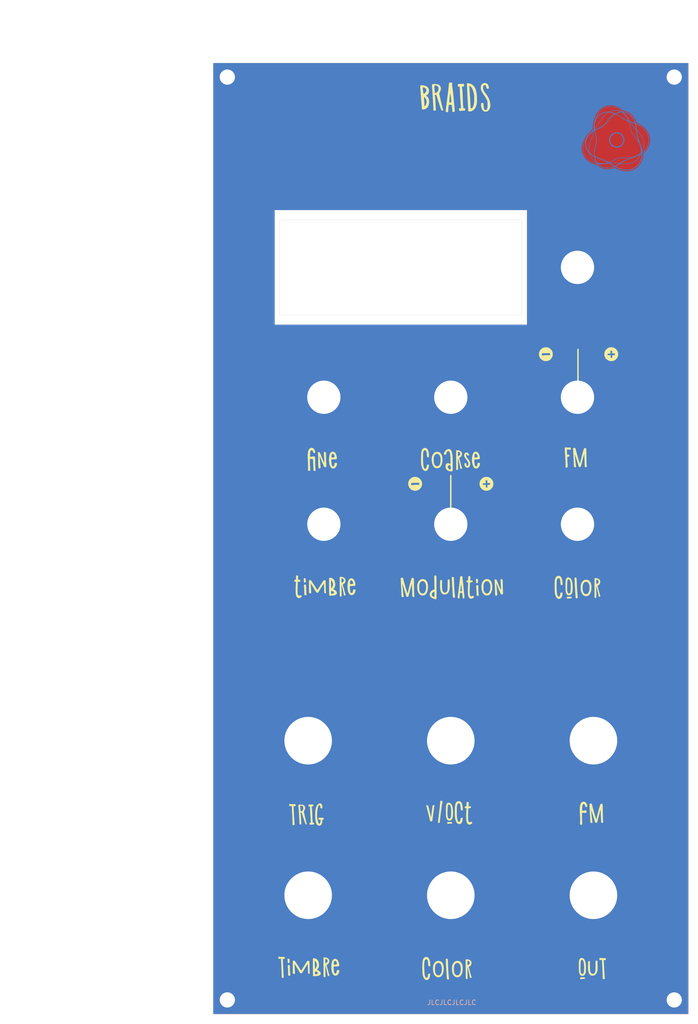
<source format=kicad_pcb>
(kicad_pcb (version 20171130) (host pcbnew 5.1.5+dfsg1-2build2)
  (layers (0 Top signal) (31 Bottom signal) (34 B.Paste user) (35 F.Paste user) (36 B.SilkS user) (37 F.SilkS user) (38 B.Mask user) (39 F.Mask user) (44 Edge.Cuts user))
  (net 0 "")
  (net 1 GND)
  (module braids_panel:braids_plus_symbol (layer Top) (at 157.5 138.5)
    (fp_text reference G*** hide)
    (fp_text value LOGO hide)
  )
  (module braids_panel:braids_minus_symbol (layer Top) (at 142.5 138.5)
    (fp_text reference G*** hide)
    (fp_text value LOGO hide)
  )
  (module braids_panel:braids_plus_symbol (layer Top) (at 183.75 111.25)
    (fp_text reference G*** hide)
    (fp_text value LOGO hide)
  )
  (module braids_panel:braids_minus_symbol (layer Top) (at 170 111.25)
    (fp_text reference G*** hide)
    (fp_text value LOGO hide)
  )
  (module braids_panel:resoance_logo (layer Bottom) (at 184.725 65.875)
    (fp_text reference G*** hide)
    (fp_text value LOGO hide)
    (fp_poly (pts (xy 0.32201 1.928855) (xy 0.506185 1.908247) (xy 0.573086 1.893974) (xy 0.830591 1.803291) (xy 1.067832 1.669478) (xy 1.279697 1.497945) (xy 1.461073 1.294103) (xy 1.606848 1.063362) (xy 1.71191 0.811133) (xy 1.75499 0.643136) (xy 1.773585 0.481569) (xy 1.774658 0.294154) (xy 1.759475 0.102123) (xy 1.729302 -0.073291) (xy 1.707571 -0.152553) (xy 1.597819 -0.41062) (xy 1.445923 -0.643754) (xy 1.256276 -0.847523) (xy 1.033267 -1.017496) (xy 0.781287 -1.149241) (xy 0.682369 -1.187141) (xy 0.501539 -1.23333) (xy 0.294687 -1.259292) (xy 0.082937 -1.263863) (xy -0.112589 -1.245877) (xy -0.172261 -1.234271) (xy -0.411393 -1.156462) (xy -0.644117 -1.036968) (xy -0.857824 -0.883957) (xy -1.039908 -0.705596) (xy -1.095925 -0.635902) (xy -1.221316 -0.44698) (xy -1.311769 -0.256798) (xy -1.374637 -0.057059) (xy -1.419717 0.216514) (xy -1.41913 0.276602) (xy -1.219756 0.276602) (xy -1.187146 0.031224) (xy -1.109266 -0.205761) (xy -0.986366 -0.429089) (xy -0.818694 -0.633497) (xy -0.803445 -0.648783) (xy -0.646044 -0.789661) (xy -0.492044 -0.893355) (xy -0.324958 -0.969481) (xy -0.173132 -1.016382) (xy 0.065168 -1.059153) (xy 0.296597 -1.05789) (xy 0.519049 -1.017573) (xy 0.708386 -0.958275) (xy 0.869715 -0.880794) (xy 1.019907 -0.775412) (xy 1.159401 -0.648783) (xy 1.331208 -0.445511) (xy 1.458118 -0.222872) (xy 1.539778 0.013971) (xy 1.575836 0.259858) (xy 1.56594 0.509629) (xy 1.509738 0.758123) (xy 1.406876 1.00018) (xy 1.285138 1.193422) (xy 1.137534 1.356481) (xy 0.953387 1.499554) (xy 0.745621 1.614436) (xy 0.527159 1.692925) (xy 0.480514 1.704152) (xy 0.334494 1.723205) (xy 0.162142 1.72592) (xy -0.016643 1.713523) (xy -0.181961 1.687237) (xy -0.292392 1.656584) (xy -0.451271 1.584188) (xy -0.614137 1.484058) (xy -0.763649 1.368324) (xy -0.882465 1.249115) (xy -0.892527 1.236799) (xy -1.043482 1.010473) (xy -1.148172 0.77149) (xy -1.206847 0.525112) (xy -1.219756 0.276602) (xy -1.41913 0.276602) (xy -1.417073 0.486981) (xy -1.369666 0.749223) (xy -1.280455 0.998119) (xy -1.152401 1.228549) (xy -0.988464 1.435395) (xy -0.791604 1.613535) (xy -0.564781 1.757851) (xy -0.310955 1.863222) (xy -0.254765 1.879849) (xy -0.079104 1.914304) (xy 0.120034 1.930757) (xy 0.32201 1.928855)) (layer Bottom) (width 0.01))
    (fp_poly (pts (xy 2.655513 6.714776) (xy 3.056382 6.646158) (xy 3.442195 6.530209) (xy 3.675541 6.433338) (xy 4.027172 6.243944) (xy 4.345685 6.016835) (xy 4.629941 5.753831) (xy 4.8788 5.456754) (xy 5.091123 5.127424) (xy 5.265772 4.767664) (xy 5.401605 4.379295) (xy 5.497485 3.964138) (xy 5.552272 3.524013) (xy 5.558758 3.422885) (xy 5.575248 3.114432) (xy 5.687839 3.025534) (xy 5.748239 2.973412) (xy 5.832962 2.8944) (xy 5.931445 2.798607) (xy 6.033128 2.696143) (xy 6.048434 2.680378) (xy 6.333812 2.351777) (xy 6.571985 2.0044) (xy 6.763147 1.637895) (xy 6.907489 1.251908) (xy 6.981585 0.966166) (xy 7.00804 0.796571) (xy 7.024118 0.593621) (xy 7.029798 0.373748) (xy 7.02506 0.153381) (xy 7.009884 -0.051048) (xy 6.984249 -0.22311) (xy 6.98306 -0.228829) (xy 6.872427 -0.632963) (xy 6.715115 -1.017548) (xy 6.511729 -1.381743) (xy 6.262872 -1.724709) (xy 5.96915 -2.045606) (xy 5.631166 -2.343594) (xy 5.275776 -2.600662) (xy 5.15401 -2.67622) (xy 5.003802 -2.762409) (xy 4.83777 -2.852641) (xy 4.668535 -2.940327) (xy 4.508716 -3.018878) (xy 4.370932 -3.081704) (xy 4.296364 -3.112045) (xy 4.181417 -3.155213) (xy 4.081117 -3.452732) (xy 3.925119 -3.848633) (xy 3.736709 -4.209307) (xy 3.517549 -4.533262) (xy 3.269304 -4.81901) (xy 2.993637 -5.06506) (xy 2.692211 -5.269922) (xy 2.36669 -5.432107) (xy 2.018736 -5.550125) (xy 1.66023 -5.621143) (xy 1.437412 -5.650795) (xy 1.246284 -5.815189) (xy 0.900395 -6.082826) (xy 0.532775 -6.310842) (xy 0.149494 -6.496165) (xy -0.243381 -6.635721) (xy -0.502408 -6.700725) (xy -0.667453 -6.726514) (xy -0.86531 -6.743778) (xy -1.078687 -6.75213) (xy -1.290293 -6.751186) (xy -1.482837 -6.740559) (xy -1.608183 -6.725379) (xy -1.989543 -6.637684) (xy -2.354293 -6.503254) (xy -2.700123 -6.324152) (xy -3.02472 -6.102443) (xy -3.325775 -5.84019) (xy -3.600975 -5.539458) (xy -3.84801 -5.202309) (xy -4.06457 -4.830808) (xy -4.248342 -4.427019) (xy -4.283256 -4.33643) (xy -4.370109 -4.085461) (xy -4.411582 -3.942528) (xy -4.321898 -3.942528) (xy -4.312958 -3.986624) (xy -4.28737 -4.067249) (xy -4.248988 -4.174395) (xy -4.201665 -4.298058) (xy -4.149255 -4.42823) (xy -4.095609 -4.554906) (xy -4.044582 -4.668077) (xy -4.033635 -4.691116) (xy -3.827743 -5.068779) (xy -3.591274 -5.411217) (xy -3.326723 -5.716577) (xy -3.036581 -5.983004) (xy -2.723342 -6.208647) (xy -2.389499 -6.39165) (xy -2.037544 -6.530161) (xy -1.669972 -6.622325) (xy -1.385686 -6.659906) (xy -1.042817 -6.668412) (xy -0.692336 -6.640151) (xy -0.563446 -6.620185) (xy -0.249317 -6.544522) (xy 0.076087 -6.429077) (xy 0.401311 -6.279552) (xy 0.714897 -6.101652) (xy 1.005389 -5.90108) (xy 1.194995 -5.744773) (xy 1.309409 -5.642522) (xy 1.169569 -5.652752) (xy 1.062363 -5.671184) (xy 0.93007 -5.709973) (xy 0.812686 -5.754623) (xy 0.686584 -5.803337) (xy 0.549233 -5.84934) (xy 0.42663 -5.884046) (xy 0.405879 -5.888941) (xy 0.266449 -5.911507) (xy 0.092821 -5.926467) (xy -0.098897 -5.933631) (xy -0.292594 -5.932804) (xy -0.472161 -5.923796) (xy -0.621489 -5.906414) (xy -0.648348 -5.901514) (xy -0.799425 -5.865074) (xy -0.971505 -5.81339) (xy -1.144948 -5.753112) (xy -1.300118 -5.690889) (xy -1.378484 -5.654275) (xy -1.444578 -5.62475) (xy -1.510784 -5.60649) (xy -1.592446 -5.596968) (xy -1.704907 -5.593654) (xy -1.747153 -5.593492) (xy -2.046183 -5.574923) (xy -1.36026 -5.574923) (xy -1.221353 -5.636991) (xy -0.898819 -5.754239) (xy -0.557311 -5.828408) (xy -0.206436 -5.858479) (xy 0.144199 -5.843431) (xy 0.378008 -5.80682) (xy 0.511521 -5.775704) (xy 0.633315 -5.740682) (xy 0.737916 -5.704351) (xy 0.819852 -5.669304) (xy 0.873652 -5.638136) (xy 0.893842 -5.613443) (xy 0.874952 -5.597819) (xy 0.82767 -5.593594) (xy 0.75491 -5.584105) (xy 0.64656 -5.55799) (xy 0.513716 -5.518776) (xy 0.367474 -5.469991) (xy 0.218931 -5.415161) (xy 0.079183 -5.357815) (xy 0.061594 -5.350072) (xy -0.19463 -5.23622) (xy -0.427008 -5.325965) (xy -0.596079 -5.385323) (xy -0.793677 -5.445401) (xy -0.997932 -5.500123) (xy -1.186977 -5.543411) (xy -1.258559 -5.557068) (xy -1.36026 -5.574923) (xy -2.046183 -5.574923) (xy -2.131421 -5.56963) (xy -2.498169 -5.499441) (xy -2.844663 -5.384536) (xy -3.168168 -5.226528) (xy -3.46595 -5.027027) (xy -3.735275 -4.787645) (xy -3.973409 -4.509995) (xy -4.177617 -4.195686) (xy -4.20576 -4.144345) (xy -4.25494 -4.053929) (xy -4.293825 -3.985172) (xy -4.317309 -3.946949) (xy -4.321898 -3.942528) (xy -4.411582 -3.942528) (xy -4.445291 -3.826359) (xy -4.510389 -3.551269) (xy -4.566991 -3.252336) (xy -4.616684 -2.921707) (xy -4.661055 -2.551527) (xy -4.670049 -2.464181) (xy -4.470204 -2.464181) (xy -4.466638 -2.596733) (xy -4.466232 -2.606106) (xy -4.4321 -3.004866) (xy -4.365362 -3.369248) (xy -4.263759 -3.705681) (xy -4.125033 -4.02059) (xy -3.946924 -4.320402) (xy -3.787122 -4.537981) (xy -3.572581 -4.768928) (xy -3.320405 -4.973169) (xy -3.03833 -5.146965) (xy -2.734088 -5.286579) (xy -2.415414 -5.388274) (xy -2.090042 -5.448311) (xy -1.872328 -5.463366) (xy -1.723335 -5.466467) (xy -1.885041 -5.347729) (xy -2.056604 -5.215956) (xy -2.216862 -5.079598) (xy -2.369927 -4.933691) (xy -2.519914 -4.773273) (xy -2.670937 -4.593381) (xy -2.827111 -4.389051) (xy -2.99255 -4.15532) (xy -3.171368 -3.887227) (xy -3.36768 -3.579807) (xy -3.420116 -3.495996) (xy -3.558962 -3.27449) (xy -3.676889 -3.089528) (xy -3.778938 -2.933928) (xy -3.870147 -2.800507) (xy -3.955559 -2.682085) (xy -4.040212 -2.571479) (xy -4.129148 -2.461507) (xy -4.227406 -2.344988) (xy -4.230181 -2.341748) (xy -4.434856 -2.102816) (xy -4.457889 -2.189196) (xy -4.46557 -2.247425) (xy -4.469761 -2.343416) (xy -4.470204 -2.464181) (xy -4.670049 -2.464181) (xy -4.678772 -2.379468) (xy -4.711537 -2.047292) (xy -4.627669 -2.047292) (xy -4.620543 -2.109728) (xy -4.608358 -2.152726) (xy -4.595346 -2.167545) (xy -4.586014 -2.135919) (xy -4.581302 -2.087787) (xy -4.582149 -2.013452) (xy -4.593791 -1.959692) (xy -4.600371 -1.949219) (xy -4.616986 -1.951809) (xy -4.626285 -1.989577) (xy -4.627669 -2.047292) (xy -4.711537 -2.047292) (xy -4.721913 -1.942099) (xy -4.435486 -1.942099) (xy -4.427521 -1.968947) (xy -4.407346 -2.003879) (xy -4.370892 -2.052817) (xy -4.314092 -2.121681) (xy -4.23288 -2.216392) (xy -4.123187 -2.342872) (xy -4.10436 -2.364565) (xy -4.006271 -2.483712) (xy -3.89649 -2.629054) (xy -3.772582 -2.804137) (xy -3.632114 -3.01251) (xy -3.472651 -3.25772) (xy -3.291758 -3.543314) (xy -3.252801 -3.60558) (xy -3.151272 -3.765664) (xy -3.043354 -3.931545) (xy -2.937213 -4.090963) (xy -2.841012 -4.231657) (xy -2.762917 -4.341368) (xy -2.761776 -4.342917) (xy -2.62216 -4.519591) (xy -2.459672 -4.704143) (xy -2.284417 -4.886493) (xy -2.106499 -5.056564) (xy -1.936023 -5.204274) (xy -1.783093 -5.319547) (xy -1.781753 -5.320457) (xy -1.700195 -5.376035) (xy -1.637569 -5.415444) (xy -1.583347 -5.439999) (xy -1.527002 -5.451017) (xy -1.458009 -5.449813) (xy -1.365841 -5.437701) (xy -1.239971 -5.415999) (xy -1.148059 -5.399656) (xy -1.047348 -5.378428) (xy -0.922372 -5.347006) (xy -0.785445 -5.309066) (xy -0.648881 -5.268284) (xy -0.524994 -5.228335) (xy -0.426098 -5.192895) (xy -0.365012 -5.165924) (xy -0.347757 -5.147415) (xy -0.350099 -5.144007) (xy -0.007353 -5.144007) (xy 0.110723 -5.204015) (xy 0.274209 -5.275444) (xy 0.472138 -5.343645) (xy 0.688116 -5.404154) (xy 0.905752 -5.452509) (xy 1.108651 -5.484248) (xy 1.159226 -5.48943) (xy 1.191404 -5.476753) (xy 1.19586 -5.474169) (xy 1.377508 -5.474169) (xy 1.378421 -5.488754) (xy 1.403427 -5.491892) (xy 1.463833 -5.469889) (xy 1.499043 -5.441601) (xy 1.655149 -5.441601) (xy 1.66065 -5.461449) (xy 1.699727 -5.464071) (xy 1.776885 -5.450595) (xy 1.896629 -5.422154) (xy 1.963895 -5.405209) (xy 2.295131 -5.295348) (xy 2.607408 -5.139861) (xy 2.898208 -4.941243) (xy 3.165013 -4.701988) (xy 3.405305 -4.424588) (xy 3.616566 -4.111538) (xy 3.796281 -3.765332) (xy 3.912577 -3.474901) (xy 3.946923 -3.376989) (xy 3.973759 -3.29939) (xy 3.989356 -3.252947) (xy 3.991792 -3.244622) (xy 3.968833 -3.250633) (xy 3.904507 -3.270664) (xy 3.805637 -3.302507) (xy 3.679046 -3.343954) (xy 3.531559 -3.392797) (xy 3.453252 -3.41892) (xy 2.914711 -3.598999) (xy 2.838398 -3.725475) (xy 2.625725 -4.073062) (xy 2.431919 -4.379211) (xy 2.25393 -4.648368) (xy 2.088708 -4.88498) (xy 1.933202 -5.093494) (xy 1.78436 -5.278355) (xy 1.726856 -5.345696) (xy 1.678719 -5.403393) (xy 1.655149 -5.441601) (xy 1.499043 -5.441601) (xy 1.543459 -5.405917) (xy 1.577948 -5.371121) (xy 1.649605 -5.29366) (xy 1.716891 -5.218292) (xy 1.754622 -5.174074) (xy 1.785415 -5.135238) (xy 1.786756 -5.128091) (xy 1.755768 -5.153785) (xy 1.715868 -5.189602) (xy 1.638538 -5.256761) (xy 1.544692 -5.334317) (xy 1.478748 -5.386649) (xy 1.409524 -5.442126) (xy 1.377508 -5.474169) (xy 1.19586 -5.474169) (xy 1.253408 -5.440801) (xy 1.333996 -5.388289) (xy 1.368265 -5.364609) (xy 1.617829 -5.163591) (xy 1.857173 -4.920883) (xy 2.079019 -4.645562) (xy 2.276091 -4.346702) (xy 2.429539 -4.055356) (xy 2.517117 -4.055356) (xy 2.52983 -4.068068) (xy 2.542542 -4.055356) (xy 2.52983 -4.042643) (xy 2.517117 -4.055356) (xy 2.429539 -4.055356) (xy 2.441113 -4.033381) (xy 2.44846 -4.017346) (xy 2.550834 -4.017346) (xy 2.565592 -4.005234) (xy 2.602721 -3.948109) (xy 2.633322 -3.896447) (xy 2.680486 -3.81643) (xy 2.723115 -3.745987) (xy 2.740364 -3.718469) (xy 2.763383 -3.676986) (xy 2.754832 -3.662597) (xy 2.735254 -3.661261) (xy 2.698167 -3.684619) (xy 2.656423 -3.748987) (xy 2.640897 -3.782032) (xy 2.588476 -3.905904) (xy 2.558459 -3.984289) (xy 2.550834 -4.017346) (xy 2.44846 -4.017346) (xy 2.44852 -4.017217) (xy 2.506889 -3.889227) (xy 2.542344 -3.803668) (xy 2.551154 -3.755877) (xy 2.529583 -3.74119) (xy 2.473898 -3.754943) (xy 2.380366 -3.792473) (xy 2.296801 -3.827704) (xy 2.190173 -3.873105) (xy 2.092996 -3.916578) (xy 1.999061 -3.961589) (xy 1.902158 -4.011603) (xy 1.796078 -4.070085) (xy 1.674613 -4.140501) (xy 1.531552 -4.226317) (xy 1.360688 -4.330997) (xy 1.15581 -4.458008) (xy 1.055196 -4.520671) (xy 0.881287 -4.628397) (xy 0.710044 -4.733218) (xy 0.549413 -4.830361) (xy 0.407343 -4.915055) (xy 0.291781 -4.982529) (xy 0.210675 -5.02801) (xy 0.206125 -5.030443) (xy -0.007353 -5.144007) (xy -0.350099 -5.144007) (xy -0.364667 -5.122809) (xy -0.421409 -5.084011) (xy -0.423098 -5.082968) (xy -0.53281 -5.008061) (xy -0.666384 -4.905731) (xy -0.812665 -4.785425) (xy -0.9605 -4.656593) (xy -1.098733 -4.528684) (xy -1.21621 -4.411146) (xy -1.216301 -4.41105) (xy -1.292224 -4.327026) (xy -1.391493 -4.21145) (xy -1.5067 -4.07327) (xy -1.630436 -3.92143) (xy -1.755293 -3.764878) (xy -1.823114 -3.678264) (xy -2.016523 -3.43266) (xy -2.187651 -3.223967) (xy -2.342652 -3.046938) (xy -2.487681 -2.896328) (xy -2.628893 -2.76689) (xy -2.772443 -2.653378) (xy -2.924485 -2.550546) (xy -3.091174 -2.453147) (xy -3.278665 -2.355936) (xy -3.493112 -2.253667) (xy -3.495996 -2.252331) (xy -3.654681 -2.178345) (xy -3.817889 -2.101362) (xy -3.971888 -2.027919) (xy -4.102948 -1.964553) (xy -4.173407 -1.929834) (xy -4.418585 -1.807471) (xy -4.431049 -1.888971) (xy -4.435306 -1.917414) (xy -4.435486 -1.942099) (xy -4.721913 -1.942099) (xy -4.73373 -1.822299) (xy -4.839907 -1.716834) (xy -4.648725 -1.716834) (xy -4.639364 -1.765258) (xy -4.610587 -1.810073) (xy -4.563864 -1.862008) (xy -4.555093 -1.803249) (xy -4.568008 -1.738066) (xy -4.593231 -1.71001) (xy -4.630057 -1.689001) (xy -4.645768 -1.70476) (xy -4.648725 -1.716834) (xy -4.839907 -1.716834) (xy -5.065552 -1.492704) (xy -4.945245 -1.492704) (xy -4.857994 -1.58501) (xy -4.797438 -1.643039) (xy -4.761771 -1.663879) (xy -4.753683 -1.646502) (xy -4.761291 -1.621968) (xy -4.790603 -1.588781) (xy -4.846373 -1.548764) (xy -4.859778 -1.540896) (xy -4.945245 -1.492704) (xy -5.065552 -1.492704) (xy -5.24788 -1.3116) (xy -5.393353 -1.165215) (xy -5.537628 -1.016586) (xy -5.673506 -0.873387) (xy -5.793785 -0.74329) (xy -5.891266 -0.633969) (xy -5.953813 -0.55936) (xy -6.241411 -0.169528) (xy -6.481363 0.216761) (xy -6.676155 0.604494) (xy -6.828271 0.998657) (xy -6.940195 1.404237) (xy -6.946501 1.432779) (xy -6.968244 1.541679) (xy -6.98363 1.644594) (xy -6.993609 1.754) (xy -6.999134 1.882374) (xy -7.000369 1.979954) (xy -6.927204 1.979954) (xy -6.885262 1.579617) (xy -6.824096 1.283984) (xy -6.769635 1.09237) (xy -6.699341 0.883553) (xy -6.620905 0.67868) (xy -6.54202 0.498899) (xy -6.528137 0.47037) (xy -6.493018 0.403633) (xy -6.44422 0.316152) (xy -6.387524 0.217656) (xy -6.328711 0.117878) (xy -6.273561 0.026547) (xy -6.227856 -0.046604) (xy -6.197378 -0.091845) (xy -6.188276 -0.101702) (xy -6.190697 -0.081145) (xy -6.20945 -0.029619) (xy -6.219274 -0.006357) (xy -6.345418 0.339813) (xy -6.423238 0.691695) (xy -6.454045 1.056395) (xy -6.451858 1.25495) (xy -6.448254 1.290648) (xy -6.297184 1.290648) (xy -6.296516 0.940351) (xy -6.248298 0.592518) (xy -6.17792 0.329128) (xy -6.037395 -0.019589) (xy -5.84943 -0.352531) (xy -5.615737 -0.666951) (xy -5.429889 -0.870485) (xy -5.342348 -0.955213) (xy -5.242334 -1.045934) (xy -5.137106 -1.136785) (xy -5.033924 -1.221905) (xy -4.940048 -1.295431) (xy -4.862738 -1.351501) (xy -4.809254 -1.384252) (xy -4.787639 -1.389108) (xy -4.786802 -1.360634) (xy -4.794321 -1.294176) (xy -4.8087 -1.201636) (xy -4.817355 -1.152774) (xy -4.848813 -0.993421) (xy -4.885052 -0.834846) (xy -4.928431 -0.668914) (xy -4.981311 -0.487487) (xy -5.046053 -0.282432) (xy -5.125019 -0.045611) (xy -5.210894 0.203403) (xy -5.318724 0.515626) (xy -5.409665 0.786994) (xy -5.485252 1.024051) (xy -5.547021 1.233339) (xy -5.596507 1.4214) (xy -5.635245 1.594776) (xy -5.664771 1.760009) (xy -5.686618 1.923642) (xy -5.702323 2.092217) (xy -5.713421 2.272275) (xy -5.717461 2.362206) (xy -5.717695 2.367965) (xy -5.631932 2.367965) (xy -5.609157 2.050031) (xy -5.561476 1.712996) (xy -5.490425 1.368542) (xy -5.427549 1.129061) (xy -5.401131 1.042448) (xy -5.360821 0.917269) (xy -5.309739 0.76288) (xy -5.251007 0.588634) (xy -5.187744 0.403886) (xy -5.134733 0.251277) (xy -5.017117 -0.092928) (xy -4.91999 -0.39486) (xy -4.842258 -0.658291) (xy -4.782827 -0.886991) (xy -4.740605 -1.084733) (xy -4.730211 -1.144144) (xy -4.713587 -1.245352) (xy -4.698191 -1.339079) (xy -4.689292 -1.393255) (xy -4.655702 -1.474148) (xy -4.594266 -1.526736) (xy -4.540785 -1.557149) (xy -4.515946 -1.560436) (xy -4.505894 -1.537396) (xy -4.504835 -1.53188) (xy -4.496956 -1.495765) (xy -4.479046 -1.417322) (xy -4.452766 -1.30371) (xy -4.419778 -1.162091) (xy -4.381745 -0.999624) (xy -4.346989 -0.851752) (xy -4.291514 -0.614403) (xy -4.247106 -0.419114) (xy -4.212555 -0.258599) (xy -4.186653 -0.12557) (xy -4.168191 -0.012741) (xy -4.155961 0.087176) (xy -4.148754 0.181467) (xy -4.145361 0.277419) (xy -4.144571 0.368668) (xy -4.146293 0.480508) (xy -4.152469 0.588898) (xy -4.164401 0.701532) (xy -4.18339 0.826104) (xy -4.210738 0.970307) (xy -4.247746 1.141836) (xy -4.295715 1.348384) (xy -4.344548 1.550951) (xy -4.424849 1.89299) (xy -4.488688 2.194648) (xy -4.537058 2.463303) (xy -4.570953 2.706336) (xy -4.591365 2.931125) (xy -4.599289 3.145051) (xy -4.598933 3.166034) (xy -4.47068 3.166034) (xy -4.458488 2.905399) (xy -4.427783 2.62007) (xy -4.377856 2.305016) (xy -4.308001 1.955204) (xy -4.21751 1.565602) (xy -4.191723 1.461962) (xy -4.134731 1.229783) (xy -4.091053 1.036447) (xy -4.059131 0.872171) (xy -4.037405 0.727171) (xy -4.024315 0.591664) (xy -4.018303 0.455866) (xy -4.017444 0.368668) (xy -4.018339 0.261086) (xy -4.021689 0.163532) (xy -4.028684 0.068719) (xy -4.040515 -0.030639) (xy -4.058372 -0.141829) (xy -4.083447 -0.272139) (xy -4.11693 -0.428855) (xy -4.160012 -0.619263) (xy -4.213883 -0.850652) (xy -4.223096 -0.88989) (xy -4.264605 -1.066772) (xy -4.302679 -1.229448) (xy -4.335639 -1.370703) (xy -4.361803 -1.483322) (xy -4.379491 -1.56009) (xy -4.386747 -1.592438) (xy -4.386269 -1.614443) (xy -4.372815 -1.638165) (xy -4.342099 -1.666008) (xy -4.289833 -1.700375) (xy -4.211729 -1.743669) (xy -4.1035 -1.798293) (xy -3.960859 -1.866651) (xy -3.779518 -1.951147) (xy -3.597698 -2.034725) (xy -3.338577 -2.155519) (xy -3.116078 -2.265396) (xy -2.923333 -2.369922) (xy -2.753472 -2.474661) (xy -2.599628 -2.585179) (xy -2.454931 -2.707041) (xy -2.312514 -2.845812) (xy -2.165508 -3.007057) (xy -2.007044 -3.196342) (xy -1.830254 -3.419232) (xy -1.731388 -3.546902) (xy -1.490077 -3.849026) (xy -1.25068 -4.127099) (xy -1.017435 -4.376767) (xy -0.794583 -4.593677) (xy -0.586364 -4.773475) (xy -0.411497 -4.902285) (xy -0.313865 -4.965577) (xy -0.230463 -5.016709) (xy -0.171035 -5.049891) (xy -0.146645 -5.05966) (xy -0.113886 -5.048273) (xy -0.047037 -5.017462) (xy 0.043404 -4.972258) (xy 0.123811 -4.930113) (xy 0.208647 -4.882745) (xy 0.328406 -4.812998) (xy 0.475054 -4.725698) (xy 0.640555 -4.625676) (xy 0.816874 -4.517759) (xy 0.995975 -4.406776) (xy 1.028529 -4.386445) (xy 1.276269 -4.232723) (xy 1.48882 -4.103782) (xy 1.673093 -3.995885) (xy 1.836 -3.905296) (xy 1.984455 -3.82828) (xy 2.125368 -3.761099) (xy 2.265653 -3.700018) (xy 2.394064 -3.64835) (xy 2.639679 -3.552632) (xy 2.656039 -3.49638) (xy 2.745946 -3.49638) (xy 2.766437 -3.508143) (xy 2.818325 -3.498374) (xy 2.834566 -3.49262) (xy 2.864632 -3.465766) (xy 2.914377 -3.405113) (xy 2.918508 -3.39946) (xy 3.054876 -3.39946) (xy 3.066224 -3.407007) (xy 3.095684 -3.399252) (xy 3.165547 -3.377649) (xy 3.268061 -3.344692) (xy 3.395476 -3.302878) (xy 3.540042 -3.2547) (xy 3.554396 -3.24988) (xy 3.718234 -3.194215) (xy 3.840151 -3.150924) (xy 3.926707 -3.117041) (xy 3.984463 -3.089603) (xy 4.01998 -3.065645) (xy 4.039818 -3.042203) (xy 4.046828 -3.027407) (xy 4.057666 -2.986879) (xy 4.22686 -2.986879) (xy 4.238699 -3.0002) (xy 4.268539 -2.989388) (xy 4.335377 -2.959561) (xy 4.430827 -2.914633) (xy 4.546499 -2.858518) (xy 4.616481 -2.823916) (xy 4.763633 -2.74815) (xy 4.917255 -2.664774) (xy 5.061052 -2.582887) (xy 5.178735 -2.511591) (xy 5.199499 -2.498233) (xy 5.562003 -2.235707) (xy 5.882119 -1.950866) (xy 6.159505 -1.646493) (xy 6.393823 -1.325374) (xy 6.584731 -0.990294) (xy 6.731891 -0.644039) (xy 6.834961 -0.289394) (xy 6.893601 0.070856) (xy 6.907473 0.433924) (xy 6.876234 0.797027) (xy 6.799546 1.157379) (xy 6.677068 1.512193) (xy 6.50846 1.858686) (xy 6.293382 2.194071) (xy 6.031494 2.515563) (xy 5.836154 2.71562) (xy 5.743938 2.80211) (xy 5.663817 2.874136) (xy 5.603342 2.925138) (xy 5.570063 2.948551) (xy 5.567206 2.949349) (xy 5.552832 2.926574) (xy 5.544035 2.86874) (xy 5.542743 2.830804) (xy 5.553996 2.731564) (xy 5.593211 2.636571) (xy 5.620808 2.590605) (xy 5.698622 2.451649) (xy 5.777656 2.279524) (xy 5.850959 2.09125) (xy 5.911576 1.903848) (xy 5.931294 1.83063) (xy 5.962214 1.662338) (xy 5.981575 1.46039) (xy 5.989244 1.240684) (xy 5.985087 1.019117) (xy 5.968969 0.811584) (xy 5.941376 0.636841) (xy 5.845186 0.281434) (xy 5.710766 -0.065137) (xy 5.53591 -0.406616) (xy 5.318414 -0.746747) (xy 5.056071 -1.089273) (xy 4.746678 -1.437939) (xy 4.675579 -1.51223) (xy 4.398011 -1.798754) (xy 4.359446 -2.113441) (xy 4.338375 -2.275826) (xy 4.314411 -2.444919) (xy 4.289412 -2.608909) (xy 4.265233 -2.755982) (xy 4.243732 -2.874325) (xy 4.229073 -2.942993) (xy 4.22686 -2.986879) (xy 4.057666 -2.986879) (xy 4.059794 -2.978924) (xy 4.078401 -2.890545) (xy 4.100838 -2.772675) (xy 4.125294 -2.635718) (xy 4.149957 -2.490082) (xy 4.173016 -2.34617) (xy 4.192661 -2.214388) (xy 4.206462 -2.110311) (xy 4.223282 -1.970471) (xy 4.003619 -2.186587) (xy 3.785593 -2.413065) (xy 3.569798 -2.659386) (xy 3.370494 -2.908659) (xy 3.22853 -3.104649) (xy 3.145753 -3.227574) (xy 3.090912 -3.314528) (xy 3.061467 -3.370245) (xy 3.054876 -3.39946) (xy 2.918508 -3.39946) (xy 2.976573 -3.320007) (xy 3.036064 -3.232009) (xy 3.224905 -2.957451) (xy 3.426089 -2.695729) (xy 3.650164 -2.433838) (xy 3.901687 -2.164949) (xy 4.238238 -1.817918) (xy 4.253861 -1.661743) (xy 4.407255 -1.661743) (xy 4.651808 -1.40832) (xy 4.75781 -1.296056) (xy 4.865864 -1.177496) (xy 4.963346 -1.066729) (xy 5.037629 -0.977844) (xy 5.03789 -0.977517) (xy 5.301827 -0.615255) (xy 5.520042 -0.248078) (xy 5.691167 0.121231) (xy 5.813832 0.489887) (xy 5.861248 0.697107) (xy 5.896746 0.981657) (xy 5.901378 1.285546) (xy 5.876263 1.591644) (xy 5.822517 1.882825) (xy 5.772536 2.056641) (xy 5.740189 2.143729) (xy 5.698832 2.242641) (xy 5.653346 2.343254) (xy 5.608609 2.435442) (xy 5.569502 2.509079) (xy 5.540902 2.554042) (xy 5.528772 2.562472) (xy 5.519746 2.534611) (xy 5.503691 2.467616) (xy 5.483083 2.37231) (xy 5.465688 2.286543) (xy 5.426139 2.099915) (xy 5.380614 1.913228) (xy 5.326605 1.718168) (xy 5.261607 1.506424) (xy 5.183113 1.269681) (xy 5.088616 0.999627) (xy 5.021545 0.813613) (xy 4.90747 0.496991) (xy 4.810709 0.220708) (xy 4.729445 -0.022012) (xy 4.66186 -0.237944) (xy 4.606138 -0.433865) (xy 4.56046 -0.61655) (xy 4.523009 -0.792775) (xy 4.491968 -0.969315) (xy 4.465519 -1.152947) (xy 4.442368 -1.345737) (xy 4.407255 -1.661743) (xy 4.253861 -1.661743) (xy 4.270031 -1.5001) (xy 4.322882 -1.067965) (xy 4.393092 -0.668338) (xy 4.484349 -0.284751) (xy 4.600345 0.099268) (xy 4.678767 0.324175) (xy 4.722942 0.447166) (xy 4.759394 0.551852) (xy 4.785219 0.629632) (xy 4.79751 0.671905) (xy 4.797948 0.676994) (xy 4.782143 0.659953) (xy 4.744388 0.608541) (xy 4.690533 0.530969) (xy 4.633552 0.446208) (xy 4.571723 0.357734) (xy 4.484264 0.239166) (xy 4.378065 0.099501) (xy 4.260014 -0.052261) (xy 4.137001 -0.207123) (xy 4.067758 -0.292773) (xy 3.879287 -0.525682) (xy 3.720239 -0.727204) (xy 3.587041 -0.904643) (xy 3.476117 -1.065301) (xy 3.383893 -1.216484) (xy 3.306796 -1.365494) (xy 3.241252 -1.519636) (xy 3.183686 -1.686214) (xy 3.130524 -1.87253) (xy 3.078191 -2.085889) (xy 3.023115 -2.333595) (xy 2.987634 -2.499994) (xy 2.949371 -2.67725) (xy 2.910177 -2.852255) (xy 2.872669 -3.013797) (xy 2.839462 -3.150663) (xy 2.813171 -3.251643) (xy 2.808121 -3.269497) (xy 2.78029 -3.366851) (xy 2.758895 -3.444188) (xy 2.74719 -3.489636) (xy 2.745946 -3.49638) (xy 2.656039 -3.49638) (xy 2.718164 -3.282773) (xy 2.747854 -3.173201) (xy 2.784468 -3.026434) (xy 2.825016 -2.855151) (xy 2.866504 -2.672031) (xy 2.90594 -2.489752) (xy 2.910867 -2.466267) (xy 2.970642 -2.186591) (xy 3.02618 -1.946844) (xy 3.081254 -1.73922) (xy 3.139638 -1.555914) (xy 3.205103 -1.389121) (xy 3.281422 -1.231034) (xy 3.372369 -1.07385) (xy 3.481717 -0.909762) (xy 3.613237 -0.730966) (xy 3.770704 -0.529656) (xy 3.957889 -0.298027) (xy 3.960446 -0.294891) (xy 4.19466 -0.001808) (xy 4.395174 0.262428) (xy 4.565593 0.50353) (xy 4.70786 0.724624) (xy 4.805405 0.724624) (xy 4.818118 0.711912) (xy 4.830831 0.724624) (xy 4.818118 0.737337) (xy 4.805405 0.724624) (xy 4.70786 0.724624) (xy 4.709523 0.727207) (xy 4.830568 0.93917) (xy 4.932335 1.14513) (xy 5.018427 1.350797) (xy 5.045544 1.423824) (xy 5.137228 1.72018) (xy 5.204131 2.025583) (xy 5.244139 2.326291) (xy 5.255138 2.608566) (xy 5.248666 2.7438) (xy 5.244056 2.791985) (xy 5.334107 2.791985) (xy 5.334784 2.722185) (xy 5.337391 2.675228) (xy 5.348156 2.504404) (xy 5.367539 2.644244) (xy 5.375563 2.744012) (xy 5.365404 2.80246) (xy 5.356774 2.815068) (xy 5.341137 2.820781) (xy 5.334107 2.791985) (xy 5.244056 2.791985) (xy 5.238435 2.85073) (xy 5.225411 2.92269) (xy 5.203837 2.975477) (xy 5.167953 3.024883) (xy 5.131234 3.065919) (xy 5.087797 3.106497) (xy 5.293273 3.106497) (xy 5.301109 3.048574) (xy 5.330325 2.985411) (xy 5.375304 2.916764) (xy 5.395491 2.990264) (xy 5.402292 3.051959) (xy 5.373893 3.097665) (xy 5.35844 3.111349) (xy 5.317578 3.142705) (xy 5.30059 3.140006) (xy 5.293273 3.106497) (xy 5.087797 3.106497) (xy 4.942682 3.24206) (xy 4.733779 3.394294) (xy 4.881682 3.394294) (xy 4.894394 3.381581) (xy 4.898027 3.385214) (xy 4.91982 3.385214) (xy 5.046947 3.270208) (xy 5.111448 3.21627) (xy 5.160068 3.183877) (xy 5.182628 3.179768) (xy 5.182834 3.180258) (xy 5.176373 3.219625) (xy 5.165213 3.237101) (xy 5.127964 3.267447) (xy 5.063883 3.307851) (xy 5.029325 3.327052) (xy 4.91982 3.385214) (xy 4.898027 3.385214) (xy 4.907107 3.394294) (xy 4.894394 3.407007) (xy 4.881682 3.394294) (xy 4.733779 3.394294) (xy 4.712366 3.409898) (xy 4.449261 3.564522) (xy 4.162341 3.70102) (xy 3.860581 3.814482) (xy 3.650335 3.876272) (xy 3.506813 3.912208) (xy 3.373545 3.941976) (xy 3.243678 3.96617) (xy 3.110358 3.985381) (xy 2.966732 4.000201) (xy 2.805945 4.011223) (xy 2.621145 4.019037) (xy 2.405477 4.024237) (xy 2.152089 4.027413) (xy 1.881481 4.029051) (xy 1.592007 4.030443) (xy 1.345703 4.033258) (xy 1.134888 4.039302) (xy 0.951883 4.05038) (xy 0.789008 4.068298) (xy 0.638582 4.094862) (xy 0.492927 4.131877) (xy 0.344362 4.181148) (xy 0.185207 4.244483) (xy 0.007783 4.323685) (xy -0.195591 4.420561) (xy -0.432594 4.536917) (xy -0.572072 4.605916) (xy -0.745718 4.691029) (xy -0.911698 4.770866) (xy -1.062452 4.841908) (xy -1.19042 4.900635) (xy -1.288041 4.943527) (xy -1.347548 4.966993) (xy -1.487387 5.013532) (xy -1.741642 4.866511) (xy -1.896016 4.780441) (xy -2.053478 4.699739) (xy -2.221432 4.621267) (xy -2.407282 4.541888) (xy -2.61843 4.458465) (xy -2.86228 4.367859) (xy -3.146236 4.266934) (xy -3.203604 4.246934) (xy -3.509583 4.139123) (xy -3.768534 4.044762) (xy -3.982254 3.963091) (xy -4.152539 3.893349) (xy -4.281187 3.834777) (xy -4.369994 3.786615) (xy -4.420758 3.748104) (xy -4.434604 3.726538) (xy -4.442016 3.679842) (xy -4.450783 3.595782) (xy -4.459628 3.487777) (xy -4.465064 3.407007) (xy -4.47068 3.166034) (xy -4.598933 3.166034) (xy -4.595717 3.355492) (xy -4.593552 3.400826) (xy -4.578423 3.687038) (xy -4.660132 3.645239) (xy -4.785432 3.572659) (xy -4.932837 3.473915) (xy -5.088803 3.359104) (xy -5.239783 3.238322) (xy -5.372233 3.121667) (xy -5.406121 3.089189) (xy -5.613281 2.885786) (xy -5.628265 2.655118) (xy -5.631932 2.367965) (xy -5.717695 2.367965) (xy -5.733434 2.753942) (xy -5.841684 2.599432) (xy -6.022551 2.297801) (xy -6.159334 1.975226) (xy -6.251168 1.637557) (xy -6.297184 1.290648) (xy -6.448254 1.290648) (xy -6.416978 1.600416) (xy -6.340572 1.92826) (xy -6.220524 2.243729) (xy -6.054719 2.552068) (xy -5.841042 2.858524) (xy -5.768542 2.949349) (xy -5.716172 3.022771) (xy -5.673934 3.107589) (xy -5.635439 3.218394) (xy -5.632537 3.228766) (xy -5.542743 3.228766) (xy -5.525469 3.226654) (xy -5.480955 3.252267) (xy -5.438804 3.2841) (xy -5.364491 3.343677) (xy -5.270307 3.417795) (xy -5.178394 3.489053) (xy -5.04763 3.581945) (xy -4.878285 3.690133) (xy -4.678389 3.808588) (xy -4.577079 3.865868) (xy -4.560531 3.895079) (xy -4.536258 3.962389) (xy -4.53329 3.972303) (xy -4.393736 3.972303) (xy -4.388623 3.966366) (xy -4.361961 3.975733) (xy -4.299732 4.000819) (xy -4.213018 4.037105) (xy -4.165667 4.057296) (xy -4.079579 4.092187) (xy -3.955456 4.139734) (xy -3.803403 4.196205) (xy -3.633522 4.257871) (xy -3.455918 4.321002) (xy -3.368869 4.351434) (xy -3.187826 4.414856) (xy -3.006378 4.479341) (xy -2.835437 4.540941) (xy -2.685918 4.595712) (xy -2.568734 4.639707) (xy -2.52983 4.654791) (xy -2.411385 4.704159) (xy -2.281858 4.762648) (xy -2.149322 4.826073) (xy -2.021851 4.89025) (xy -1.907517 4.950994) (xy -1.814393 5.00412) (xy -1.750552 5.045443) (xy -1.724067 5.070778) (xy -1.723786 5.072627) (xy -1.73099 5.078597) (xy -1.381086 5.078597) (xy -1.230833 5.015966) (xy -1.16555 4.987072) (xy -1.063095 4.939645) (xy -0.931887 4.877679) (xy -0.780344 4.805168) (xy -0.616882 4.726106) (xy -0.508509 4.673232) (xy -0.272491 4.557458) (xy -0.071801 4.459757) (xy 0.100531 4.378523) (xy 0.251477 4.312148) (xy 0.388006 4.259023) (xy 0.517088 4.217543) (xy 0.645693 4.186099) (xy 0.780791 4.163085) (xy 0.929351 4.146892) (xy 1.098345 4.135913) (xy 1.294743 4.12854) (xy 1.525513 4.123167) (xy 1.797626 4.118186) (xy 1.906907 4.116182) (xy 2.143745 4.111266) (xy 2.368506 4.105686) (xy 2.575293 4.099655) (xy 2.75821 4.093384) (xy 2.91136 4.087086) (xy 3.028848 4.080974) (xy 3.104777 4.075259) (xy 3.127327 4.072235) (xy 3.211952 4.056121) (xy 3.257395 4.050464) (xy 3.261982 4.056161) (xy 3.224045 4.074108) (xy 3.141909 4.1052) (xy 3.013905 4.150334) (xy 2.923924 4.181269) (xy 2.600893 4.295659) (xy 2.31604 4.40596) (xy 2.057615 4.517721) (xy 1.813866 4.636489) (xy 1.573042 4.767813) (xy 1.323392 4.91724) (xy 1.199701 4.995279) (xy 0.861164 5.211852) (xy 0.417946 5.161181) (xy -0.097895 5.119205) (xy -0.584841 5.114867) (xy -0.958846 5.138609) (xy -1.0861 5.150216) (xy -1.173757 5.155285) (xy -1.23271 5.153325) (xy -1.273853 5.143848) (xy -1.308078 5.126362) (xy -1.313849 5.122652) (xy -1.381086 5.078597) (xy -1.73099 5.078597) (xy -1.747008 5.09187) (xy -1.806317 5.117155) (xy -1.880084 5.140445) (xy -2.172413 5.205489) (xy -2.369349 5.231618) (xy -1.825912 5.231618) (xy -1.818852 5.22177) (xy -1.767816 5.202188) (xy -1.728929 5.189335) (xy -1.634628 5.163752) (xy -1.571969 5.160231) (xy -1.538238 5.170945) (xy -1.513463 5.188115) (xy -1.524178 5.200178) (xy -1.576936 5.21176) (xy -1.601802 5.21581) (xy -1.691613 5.227321) (xy -1.774343 5.233744) (xy -1.792493 5.234199) (xy -1.825912 5.231618) (xy -2.369349 5.231618) (xy -2.481675 5.246521) (xy -2.63074 5.254588) (xy -1.923857 5.254588) (xy -1.920367 5.239472) (xy -1.906907 5.237637) (xy -1.89222 5.244166) (xy -1.108297 5.244166) (xy -1.074545 5.233847) (xy -0.999352 5.22317) (xy -0.892116 5.212857) (xy -0.762235 5.203634) (xy -0.619108 5.196223) (xy -0.472134 5.191347) (xy -0.406807 5.190168) (xy -0.269892 5.191745) (xy -0.102033 5.198702) (xy 0.077274 5.209973) (xy 0.248533 5.224494) (xy 0.27968 5.22765) (xy 0.317675 5.231902) (xy 1.068858 5.231902) (xy 1.227272 5.129178) (xy 1.432021 5.001712) (xy 1.652397 4.873746) (xy 1.874313 4.752944) (xy 2.083682 4.646972) (xy 2.266418 4.563494) (xy 2.268265 4.562713) (xy 2.366542 4.52342) (xy 2.503923 4.471615) (xy 2.671188 4.410612) (xy 2.859114 4.343725) (xy 3.058481 4.274268) (xy 3.260067 4.205556) (xy 3.290105 4.195459) (xy 3.592507 4.092706) (xy 3.853043 4.001117) (xy 4.078738 3.917888) (xy 4.276622 3.840217) (xy 4.453723 3.765301) (xy 4.617068 3.690338) (xy 4.773685 3.612525) (xy 4.843543 3.57599) (xy 4.945249 3.522935) (xy 5.029164 3.480858) (xy 5.086002 3.454302) (xy 5.106339 3.447433) (xy 5.100006 3.47155) (xy 5.075974 3.531131) (xy 5.038569 3.615808) (xy 5.01334 3.670434) (xy 4.834583 3.994624) (xy 4.618509 4.284488) (xy 4.36574 4.539559) (xy 4.076897 4.759369) (xy 3.752602 4.943451) (xy 3.393476 5.091338) (xy 3.000142 5.202563) (xy 2.96351 5.210667) (xy 2.738865 5.248733) (xy 2.477176 5.27533) (xy 2.191004 5.290176) (xy 1.892912 5.292984) (xy 1.595461 5.283471) (xy 1.311212 5.261353) (xy 1.214559 5.250254) (xy 1.068858 5.231902) (xy 0.317675 5.231902) (xy 0.416407 5.242951) (xy 0.535185 5.258138) (xy 0.626833 5.271888) (xy 0.682169 5.282879) (xy 0.693866 5.287326) (xy 0.682606 5.308028) (xy 0.631675 5.348748) (xy 0.546527 5.406064) (xy 0.432617 5.476554) (xy 0.295398 5.556796) (xy 0.140326 5.643366) (xy 0.041636 5.696574) (xy -0.20912 5.830009) (xy -0.288894 5.783867) (xy -0.37331 5.733443) (xy -0.476899 5.669141) (xy -0.592147 5.595909) (xy -0.711538 5.518697) (xy -0.827558 5.442454) (xy -0.932692 5.37213) (xy -1.019426 5.312675) (xy -1.080245 5.269037) (xy -1.107635 5.246167) (xy -1.108297 5.244166) (xy -1.89222 5.244166) (xy -1.885979 5.24694) (xy -1.889957 5.254588) (xy -1.920131 5.257631) (xy -1.923857 5.254588) (xy -2.63074 5.254588) (xy -2.796566 5.263562) (xy -3.105782 5.256633) (xy -3.398018 5.225754) (xy -3.661972 5.170945) (xy -3.772729 5.137033) (xy -3.845099 5.110679) (xy -3.899253 5.083816) (xy -3.943237 5.047733) (xy -3.985098 4.993719) (xy -4.032885 4.913064) (xy -4.094644 4.797056) (xy -4.104837 4.777549) (xy -4.152486 4.67905) (xy -4.202858 4.562729) (xy -4.252944 4.437189) (xy -4.299734 4.311032) (xy -4.340217 4.192862) (xy -4.371385 4.091282) (xy -4.390228 4.014895) (xy -4.393736 3.972303) (xy -4.53329 3.972303) (xy -4.50811 4.056382) (xy -4.490596 4.122286) (xy -4.435237 4.316146) (xy -4.368643 4.510641) (xy -4.296666 4.690321) (xy -4.225162 4.839736) (xy -4.205277 4.875325) (xy -4.172069 4.937038) (xy -4.156433 4.976155) (xy -4.157814 4.983383) (xy -4.195381 4.969374) (xy -4.264219 4.931416) (xy -4.354577 4.875612) (xy -4.456707 4.808064) (xy -4.560858 4.734876) (xy -4.595564 4.70937) (xy -4.850635 4.488061) (xy -5.074609 4.226953) (xy -5.267888 3.925555) (xy -5.323076 3.821003) (xy -5.368736 3.723403) (xy -5.416781 3.609467) (xy -5.462697 3.49137) (xy -5.501968 3.381288) (xy -5.530077 3.291394) (xy -5.542509 3.233864) (xy -5.542743 3.228766) (xy -5.632537 3.228766) (xy -5.608483 3.314723) (xy -5.49134 3.665188) (xy -5.332286 3.991853) (xy -5.13427 4.290967) (xy -4.900238 4.558777) (xy -4.63314 4.791531) (xy -4.335922 4.985477) (xy -4.266733 5.022592) (xy -4.15207 5.087179) (xy -4.059006 5.150012) (xy -3.999009 5.203171) (xy -3.991451 5.212691) (xy -3.985514 5.221528) (xy -3.806213 5.221528) (xy -3.791323 5.223111) (xy -3.755053 5.236265) (xy -3.682597 5.256388) (xy -3.587491 5.279809) (xy -3.553602 5.287599) (xy -3.343444 5.335052) (xy -3.473749 5.337196) (xy -3.621433 5.331831) (xy -3.723621 5.30964) (xy -3.783039 5.269932) (xy -3.791828 5.256636) (xy -3.806213 5.221528) (xy -3.985514 5.221528) (xy -3.965047 5.25199) (xy -3.958115 5.275407) (xy -3.977315 5.284131) (xy -4.029309 5.279351) (xy -4.120756 5.262255) (xy -4.189911 5.24811) (xy -4.610143 5.138809) (xy -5.000956 4.991568) (xy -5.360695 4.808877) (xy -5.687708 4.593223) (xy -5.980339 4.347095) (xy -6.236937 4.072981) (xy -6.455847 3.773371) (xy -6.635415 3.450751) (xy -6.773989 3.107611) (xy -6.869914 2.746439) (xy -6.921537 2.369724) (xy -6.927204 1.979954) (xy -7.000369 1.979954) (xy -7.001158 2.042194) (xy -7.001123 2.148448) (xy -7.000024 2.317086) (xy -6.997107 2.44721) (xy -6.991057 2.551155) (xy -6.980561 2.641256) (xy -6.964307 2.729847) (xy -6.94098 2.829264) (xy -6.919922 2.911211) (xy -6.847351 3.142973) (xy -6.749992 3.38632) (xy -6.635519 3.625032) (xy -6.511601 3.842887) (xy -6.406324 3.997237) (xy -6.145287 4.301017) (xy -5.846666 4.572214) (xy -5.513232 4.809185) (xy -5.147757 5.010285) (xy -4.753014 5.173869) (xy -4.331776 5.298294) (xy -4.144344 5.339121) (xy -3.851952 5.396291) (xy -3.835866 5.411693) (xy -3.648549 5.411693) (xy -3.356156 5.428962) (xy -3.132617 5.434291) (xy -2.866934 5.426947) (xy -2.566087 5.407398) (xy -2.237056 5.376112) (xy -1.88682 5.333555) (xy -1.843343 5.327664) (xy -1.701221 5.308121) (xy -1.577585 5.29098) (xy -1.480828 5.277414) (xy -1.419343 5.2686) (xy -1.401191 5.265759) (xy -1.377921 5.278152) (xy -1.318193 5.314365) (xy -1.228192 5.37052) (xy -1.114107 5.442742) (xy -0.982124 5.527152) (xy -0.911751 5.572459) (xy -0.773495 5.662512) (xy -0.650849 5.744018) (xy -0.549889 5.812806) (xy -0.47669 5.864704) (xy -0.437327 5.89554) (xy -0.432232 5.901716) (xy -0.436633 5.905186) (xy -0.08789 5.905186) (xy 0.089539 5.815659) (xy 0.266955 5.721349) (xy 0.469196 5.605746) (xy 0.680405 5.478067) (xy 0.797792 5.404019) (xy 0.947236 5.308196) (xy 1.280875 5.342837) (xy 1.523422 5.362172) (xy 1.78459 5.37275) (xy 2.051786 5.374769) (xy 2.312416 5.368426) (xy 2.553887 5.35392) (xy 2.763604 5.33145) (xy 2.847648 5.318188) (xy 3.24671 5.224681) (xy 3.618678 5.092886) (xy 3.960959 4.924402) (xy 4.27096 4.720827) (xy 4.546086 4.483759) (xy 4.783745 4.214795) (xy 4.896134 4.056018) (xy 4.958277 3.95373) (xy 5.023158 3.835299) (xy 5.085655 3.71153) (xy 5.140647 3.593225) (xy 5.183011 3.491188) (xy 5.207627 3.416225) (xy 5.211747 3.390278) (xy 5.231743 3.361126) (xy 5.279405 3.321226) (xy 5.337175 3.283081) (xy 5.387493 3.259193) (xy 5.399554 3.256561) (xy 5.407576 3.278975) (xy 5.41035 3.340715) (xy 5.40762 3.430498) (xy 5.404537 3.476927) (xy 5.350347 3.918198) (xy 5.257707 4.326973) (xy 5.125936 4.704804) (xy 4.954354 5.053241) (xy 4.742281 5.373837) (xy 4.489036 5.668144) (xy 4.408562 5.748061) (xy 4.115047 5.995679) (xy 3.797064 6.199906) (xy 3.456933 6.360575) (xy 3.096975 6.477519) (xy 2.71951 6.550571) (xy 2.326857 6.579563) (xy 1.921336 6.564328) (xy 1.505268 6.504698) (xy 1.080971 6.400507) (xy 0.650768 6.251587) (xy 0.216976 6.057771) (xy 0.203953 6.051272) (xy -0.08789 5.905186) (xy -0.436633 5.905186) (xy -0.455476 5.920041) (xy -0.519082 5.94707) (xy -0.613858 5.980084) (xy -0.730617 6.016366) (xy -0.860168 6.053196) (xy -0.993321 6.087855) (xy -1.120886 6.117624) (xy -1.233673 6.139785) (xy -1.241228 6.141056) (xy -1.435261 6.164134) (xy -1.652863 6.174851) (xy -1.879061 6.173635) (xy -2.098878 6.160915) (xy -2.297341 6.13712) (xy -2.445301 6.106595) (xy -2.676699 6.032149) (xy -2.908918 5.934688) (xy -3.130469 5.820417) (xy -3.329861 5.695543) (xy -3.495605 5.566271) (xy -3.55956 5.50477) (xy -3.648549 5.411693) (xy -3.835866 5.411693) (xy -3.673974 5.566697) (xy -3.390307 5.804011) (xy -3.081294 5.997318) (xy -2.747923 6.146111) (xy -2.391184 6.249884) (xy -2.307348 6.267062) (xy -2.145869 6.288785) (xy -1.950572 6.301168) (xy -1.737621 6.304241) (xy -1.52318 6.298036) (xy -1.323411 6.282581) (xy -1.193119 6.26497) (xy -1.092049 6.244476) (xy -0.966308 6.213928) (xy -0.826781 6.176546) (xy -0.684358 6.135547) (xy -0.549925 6.094153) (xy -0.434369 6.055581) (xy -0.348579 6.023052) (xy -0.308452 6.003386) (xy -0.270886 6.003907) (xy -0.194995 6.030298) (xy -0.079191 6.083193) (xy 0.034792 6.140629) (xy 0.488246 6.352961) (xy 0.93743 6.51883) (xy 1.380547 6.63809) (xy 1.815798 6.710597) (xy 2.241386 6.736208) (xy 2.655513 6.714776)) (layer Bottom) (width 0.01))
  )
  (module braids_panel:braids_silkscreen (layer Top) (at 149.85 150.1)
    (fp_text reference G*** hide)
    (fp_text value LOGO hide)
  )
  (module Kosmo_panel:Kosmo_Pot_Hole (layer Top) (at 176.65 93)
    (fp_text reference H11)
    (fp_text value Pot)
    (pad 1 thru_hole circle (at 0 0) (size 9 9) (drill 7) (layers *.Cu *.Mask) (net 1 GND))
  )
  (module Kosmo_panel:Kosmo_Jack_Hole (layer Top) (at 180 225)
    (fp_text reference jack6)
    (fp_text value mount)
    (pad 1 thru_hole circle (at 0 0) (size 14 14) (drill 10) (layers *.Cu *.Mask) (net 1 GND))
  )
  (module Kosmo_panel:Kosmo_Jack_Hole (layer Top) (at 180 192.5)
    (fp_text reference jack5)
    (fp_text value mount)
    (pad 1 thru_hole circle (at 0 0) (size 14 14) (drill 10) (layers *.Cu *.Mask) (net 1 GND))
  )
  (module Kosmo_panel:Kosmo_Jack_Hole (layer Top) (at 150 192.5)
    (fp_text reference jack4)
    (fp_text value mount)
    (pad 1 thru_hole circle (at 0 0) (size 14 14) (drill 10) (layers *.Cu *.Mask) (net 1 GND))
  )
  (module Kosmo_panel:Kosmo_Jack_Hole (layer Top) (at 120 192.5)
    (fp_text reference jack3)
    (fp_text value mount)
    (pad 1 thru_hole circle (at 0 0) (size 14 14) (drill 10) (layers *.Cu *.Mask) (net 1 GND))
  )
  (module Kosmo_panel:Kosmo_Jack_Hole (layer Top) (at 120 225)
    (fp_text reference jack2)
    (fp_text value mount)
    (pad 1 thru_hole circle (at 0 0) (size 14 14) (drill 10) (layers *.Cu *.Mask) (net 1 GND))
  )
  (module Kosmo_panel:Kosmo_Jack_Hole (layer Top) (at 150 225)
    (fp_text reference jack1)
    (fp_text value mount)
    (pad 1 thru_hole circle (at 0 0) (size 14 14) (drill 10) (layers *.Cu *.Mask) (net 1 GND))
  )
  (module Kosmo_panel:Kosmo_Pot_Hole (layer Top) (at 176.65 147)
    (fp_text reference H10)
    (fp_text value Pot)
    (pad 1 thru_hole circle (at 0 0) (size 9 9) (drill 7) (layers *.Cu *.Mask) (net 1 GND))
  )
  (module Kosmo_panel:Kosmo_Pot_Hole (layer Top) (at 123.3 147)
    (fp_text reference H9)
    (fp_text value Pot)
    (pad 1 thru_hole circle (at 0 0) (size 9 9) (drill 7) (layers *.Cu *.Mask) (net 1 GND))
  )
  (module Kosmo_panel:Kosmo_Panel_Mounting_Hole (layer Top) (at 103 247)
    (fp_text reference H8)
    (fp_text value mount)
    (pad 1 thru_hole circle (at 0 0) (size 4 4) (drill 3.2) (layers *.Cu *.Mask) (net 1 GND))
  )
  (module Kosmo_panel:Kosmo_Panel_Mounting_Hole (layer Top) (at 197 247)
    (fp_text reference H7)
    (fp_text value mount)
    (pad 1 thru_hole circle (at 0 0) (size 4 4) (drill 3.2) (layers *.Cu *.Mask) (net 1 GND))
  )
  (module Kosmo_panel:Kosmo_Pot_Hole (layer Top) (at 150 120.3)
    (fp_text reference H6)
    (fp_text value Pot)
    (pad 1 thru_hole circle (at 0 0) (size 9 9) (drill 7) (layers *.Cu *.Mask) (net 1 GND))
  )
  (module Kosmo_panel:Kosmo_Pot_Hole (layer Top) (at 123.3 120.3)
    (fp_text reference H5)
    (fp_text value Pot)
    (pad 1 thru_hole circle (at 0 0) (size 9 9) (drill 7) (layers *.Cu *.Mask) (net 1 GND))
  )
  (module Kosmo_panel:Kosmo_Pot_Hole (layer Top) (at 150 147)
    (fp_text reference H4)
    (fp_text value Pot)
    (pad 1 thru_hole circle (at 0 0) (size 9 9) (drill 7) (layers *.Cu *.Mask) (net 1 GND))
  )
  (module Kosmo_panel:Kosmo_Pot_Hole (layer Top) (at 176.65 120.3)
    (fp_text reference H3)
    (fp_text value Pot)
    (pad 1 thru_hole circle (at 0 0) (size 9 9) (drill 7) (layers *.Cu *.Mask) (net 1 GND))
  )
  (module Kosmo_panel:Kosmo_Panel_Mounting_Hole (layer Top) (at 197 53)
    (fp_text reference H2)
    (fp_text value mount)
    (pad 1 thru_hole circle (at 0 0) (size 4 4) (drill 3.2) (layers *.Cu *.Mask) (net 1 GND))
  )
  (module Kosmo_panel:Kosmo_Panel_Mounting_Hole (layer Top) (at 103 53)
    (fp_text reference H1)
    (fp_text value mount)
    (pad 1 thru_hole circle (at 0 0) (size 4 4) (drill 3.2) (layers *.Cu *.Mask) (net 1 GND))
  )
  (gr_line (start 150 146) (end 150 136.75) (layer F.SilkS) (width 0.3))
  (gr_line (start 176.75 119.5) (end 176.75 110.25) (layer F.SilkS) (width 0.3))
  (gr_text JLCJLCJLCJLC (at 150.2 247.55) (layer B.SilkS) (effects (font (size 1 1))))
  (gr_line (start 114 83) (end 165 83) (layer Edge.Cuts) (width 0.05))
  (gr_line (start 114 103) (end 114 83) (layer Edge.Cuts) (width 0.05))
  (gr_line (start 165 103) (end 114 103) (layer Edge.Cuts) (width 0.05))
  (gr_line (start 165 83) (end 165 103) (layer Edge.Cuts) (width 0.05))
  (gr_line (start 100 250) (end 100 50) (layer Edge.Cuts) (width 0.05))
  (gr_line (start 200 250) (end 100 250) (layer Edge.Cuts) (width 0.05))
  (gr_line (start 200 50) (end 200 250) (layer Edge.Cuts) (width 0.05))
  (gr_line (start 100 50) (end 200 50) (layer Edge.Cuts) (width 0.05))
  (zone (net 1) (net_name GND) (layer Bottom) (priority 6) (connect_pads yes (clearance 0.02)) (min_thickness 0.2032) (fill yes (arc_segments 32) (thermal_gap 0.4564) (thermal_bridge_width 0.4564))
    (polygon (pts (xy 201 251) (xy 99 251) (xy 99 49) (xy 201 49)))
  )
  (zone (net 1) (net_name GND) (layer Top) (priority 6) (connect_pads yes (clearance 0.02)) (min_thickness 0.2032) (fill yes (arc_segments 32) (thermal_gap 0.4564) (thermal_bridge_width 0.4564))
    (polygon (pts (xy 202 252) (xy 98 252) (xy 98.1 48) (xy 202 48)))
  )
)
</source>
